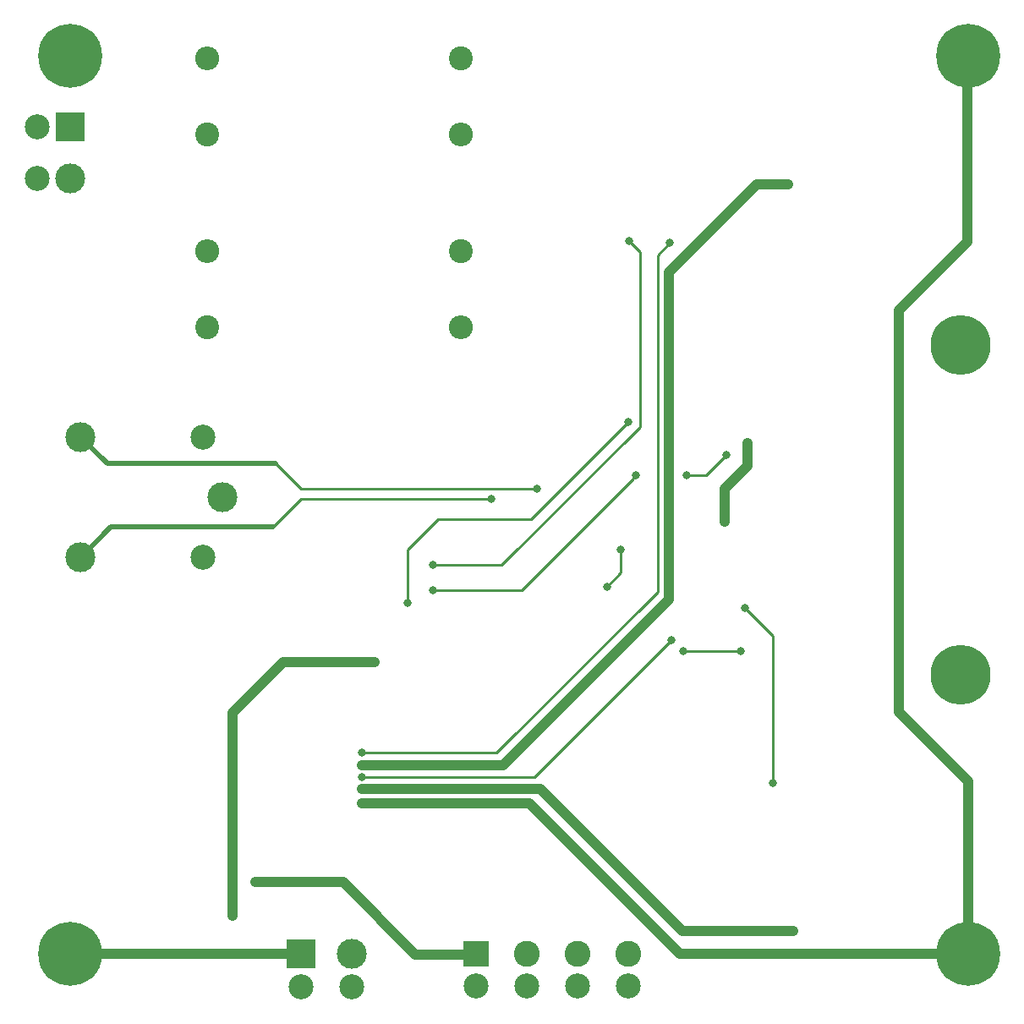
<source format=gbr>
G04 #@! TF.GenerationSoftware,KiCad,Pcbnew,(5.1.5)-3*
G04 #@! TF.CreationDate,2020-08-13T14:13:27-03:00*
G04 #@! TF.ProjectId,TSAL,5453414c-2e6b-4696-9361-645f70636258,rev?*
G04 #@! TF.SameCoordinates,Original*
G04 #@! TF.FileFunction,Copper,L2,Bot*
G04 #@! TF.FilePolarity,Positive*
%FSLAX46Y46*%
G04 Gerber Fmt 4.6, Leading zero omitted, Abs format (unit mm)*
G04 Created by KiCad (PCBNEW (5.1.5)-3) date 2020-08-13 14:13:27*
%MOMM*%
%LPD*%
G04 APERTURE LIST*
%ADD10C,6.000000*%
%ADD11C,2.500000*%
%ADD12C,3.000000*%
%ADD13R,3.000000X3.000000*%
%ADD14C,2.600000*%
%ADD15R,2.600000X2.600000*%
%ADD16C,0.800000*%
%ADD17C,6.400000*%
%ADD18O,2.400000X2.400000*%
%ADD19C,2.400000*%
%ADD20C,1.000000*%
%ADD21C,0.250000*%
%ADD22C,0.500000*%
G04 APERTURE END LIST*
D10*
X222943420Y-117688360D03*
X222943420Y-84668360D03*
D11*
X130487420Y-67955160D03*
X130487420Y-62824360D03*
D12*
X133789420Y-67951360D03*
D13*
X133789420Y-62824360D03*
D11*
X189669420Y-148803360D03*
X184589420Y-148803360D03*
X179509420Y-148803360D03*
X174429420Y-148803360D03*
D14*
X189669420Y-145628360D03*
X184589420Y-145628360D03*
X179509420Y-145628360D03*
D15*
X174429420Y-145628360D03*
D12*
X149029420Y-99908360D03*
D11*
X147079420Y-105858360D03*
D12*
X134829420Y-105908360D03*
X134879420Y-93858360D03*
D11*
X147079420Y-93858360D03*
D16*
X135486476Y-54015304D03*
X133789420Y-53312360D03*
X132092364Y-54015304D03*
X131389420Y-55712360D03*
X132092364Y-57409416D03*
X133789420Y-58112360D03*
X135486476Y-57409416D03*
X136189420Y-55712360D03*
D17*
X133789420Y-55712360D03*
D16*
X225402476Y-54015304D03*
X223705420Y-53312360D03*
X222008364Y-54015304D03*
X221305420Y-55712360D03*
X222008364Y-57409416D03*
X223705420Y-58112360D03*
X225402476Y-57409416D03*
X226105420Y-55712360D03*
D17*
X223705420Y-55712360D03*
D16*
X225402476Y-143931304D03*
X223705420Y-143228360D03*
X222008364Y-143931304D03*
X221305420Y-145628360D03*
X222008364Y-147325416D03*
X223705420Y-148028360D03*
X225402476Y-147325416D03*
X226105420Y-145628360D03*
D17*
X223705420Y-145628360D03*
D16*
X135486476Y-143931304D03*
X133789420Y-143228360D03*
X132092364Y-143931304D03*
X131389420Y-145628360D03*
X132092364Y-147325416D03*
X133789420Y-148028360D03*
X135486476Y-147325416D03*
X136189420Y-145628360D03*
D17*
X133789420Y-145628360D03*
D11*
X162034220Y-148930360D03*
X156903420Y-148930360D03*
D12*
X162030420Y-145628360D03*
D13*
X156903420Y-145628360D03*
D18*
X172905420Y-82890360D03*
D19*
X147505420Y-82890360D03*
D18*
X172905420Y-63586360D03*
D19*
X147505420Y-63586360D03*
D18*
X147505420Y-75270360D03*
D19*
X172905420Y-75270360D03*
D18*
X147505420Y-55966360D03*
D19*
X172905420Y-55966360D03*
D16*
X152400000Y-138430000D03*
X153543000Y-138430000D03*
X150045420Y-140548360D03*
X150045420Y-141818360D03*
X164269420Y-116418360D03*
X163126420Y-116418360D03*
X189738000Y-92329000D03*
X167640000Y-110490000D03*
X204909420Y-143342360D03*
X206179420Y-143342360D03*
X163068000Y-129118360D03*
X164338000Y-129118360D03*
X204470000Y-68580000D03*
X205740000Y-68580000D03*
X164338000Y-126746000D03*
X163068000Y-126746000D03*
X194056000Y-114159500D03*
X163068000Y-127889000D03*
X163068000Y-125476000D03*
X163068000Y-130556000D03*
X164211000Y-130556000D03*
X193865500Y-74422000D03*
X170116500Y-109156500D03*
X199517000Y-95631000D03*
X195580000Y-97663000D03*
X190500000Y-97662998D03*
X201422004Y-110998000D03*
X204216000Y-128524000D03*
X195199000Y-115316000D03*
X200992500Y-115316000D03*
X176022000Y-100076000D03*
X188976000Y-105156000D03*
X187579000Y-108839000D03*
X180594000Y-99060000D03*
X199390000Y-101092000D03*
X199390000Y-102362000D03*
X201676000Y-94488000D03*
X201676000Y-95758000D03*
X189796432Y-74254360D03*
X170180000Y-106680000D03*
D20*
X152400000Y-138430000D02*
X161163000Y-138430000D01*
X161163000Y-138430000D02*
X168402000Y-145669000D01*
X168402000Y-145669000D02*
X174498000Y-145669000D01*
X155125420Y-116418360D02*
X163126420Y-116418360D01*
X150045420Y-141818360D02*
X150045420Y-121498360D01*
X150045420Y-121498360D02*
X155125420Y-116418360D01*
X164269420Y-116418360D02*
X164269420Y-116418360D01*
X163126420Y-116418360D02*
X164269420Y-116418360D01*
D21*
X167640000Y-110490000D02*
X167640000Y-110490000D01*
X167640000Y-105156000D02*
X167640000Y-110490000D01*
X170688000Y-102108000D02*
X167640000Y-105156000D01*
X189738000Y-92329000D02*
X179959000Y-102108000D01*
X179959000Y-102108000D02*
X170688000Y-102108000D01*
D20*
X164338000Y-126746000D02*
X163068000Y-126746000D01*
X223705420Y-145628360D02*
X223705420Y-128328420D01*
X223705420Y-128328420D02*
X216789000Y-121412000D01*
X216789000Y-121412000D02*
X216789000Y-81153000D01*
X216789000Y-81153000D02*
X223647000Y-74295000D01*
X223647000Y-74295000D02*
X223647000Y-55753000D01*
D21*
X194056000Y-114159500D02*
X187325000Y-120890500D01*
X187325000Y-120890500D02*
X187325000Y-120904000D01*
X187325000Y-120904000D02*
X180340000Y-127889000D01*
X180340000Y-127889000D02*
X163068000Y-127889000D01*
X163068000Y-127889000D02*
X163068000Y-127889000D01*
D20*
X177165000Y-126746000D02*
X164338000Y-126746000D01*
X193802000Y-110109000D02*
X177165000Y-126746000D01*
X193802000Y-77343000D02*
X193802000Y-110109000D01*
X205740000Y-68580000D02*
X202565000Y-68580000D01*
X202565000Y-68580000D02*
X193802000Y-77343000D01*
D21*
X163068000Y-125476000D02*
X163068000Y-125476000D01*
D20*
X163068000Y-130556000D02*
X163068000Y-130556000D01*
X164211000Y-130556000D02*
X163068000Y-130556000D01*
X179832000Y-130556000D02*
X164211000Y-130556000D01*
X223705420Y-145628360D02*
X194904360Y-145628360D01*
X194904360Y-145628360D02*
X179832000Y-130556000D01*
X164269420Y-129118360D02*
X163068000Y-129118360D01*
X180934360Y-129118360D02*
X164269420Y-129118360D01*
X206179420Y-143342360D02*
X195158360Y-143342360D01*
X195158360Y-143342360D02*
X180934360Y-129118360D01*
D21*
X176530000Y-125476000D02*
X163068000Y-125476000D01*
X192659000Y-109347000D02*
X176530000Y-125476000D01*
X193865500Y-74422000D02*
X192659000Y-75628500D01*
X192659000Y-75628500D02*
X192659000Y-109347000D01*
X197485000Y-97663000D02*
X195580000Y-97663000D01*
X199517000Y-95631000D02*
X197485000Y-97663000D01*
X179006498Y-109156500D02*
X190100001Y-98062997D01*
X190100001Y-98062997D02*
X190500000Y-97662998D01*
X170116500Y-109156500D02*
X179006498Y-109156500D01*
X204216000Y-113791996D02*
X204216000Y-128524000D01*
X201422004Y-110998000D02*
X204216000Y-113791996D01*
X195199000Y-115316000D02*
X200992500Y-115316000D01*
D20*
X133789420Y-145628360D02*
X156903420Y-145628360D01*
D21*
X156972000Y-100076000D02*
X176022000Y-100076000D01*
X154178000Y-102870000D02*
X156972000Y-100076000D01*
D22*
X134747000Y-106045000D02*
X137922000Y-102870000D01*
X137922000Y-102870000D02*
X154178000Y-102870000D01*
D21*
X187579000Y-108839000D02*
X188976000Y-107442000D01*
X188976000Y-107442000D02*
X188976000Y-105156000D01*
X180594000Y-99060000D02*
X180594000Y-99060000D01*
X156972000Y-99060000D02*
X180594000Y-99060000D01*
X154432000Y-96520000D02*
X156972000Y-99060000D01*
D22*
X134879420Y-93858360D02*
X137541060Y-96520000D01*
X137541060Y-96520000D02*
X154432000Y-96520000D01*
D20*
X201676000Y-96774000D02*
X201676000Y-95758000D01*
X199390000Y-102362000D02*
X199390000Y-99060000D01*
X199390000Y-99060000D02*
X201676000Y-96774000D01*
X201676000Y-94488000D02*
X201676000Y-94488000D01*
X201676000Y-95758000D02*
X201676000Y-94488000D01*
D21*
X170180000Y-106680000D02*
X177038000Y-106680000D01*
X177038000Y-106680000D02*
X190881000Y-92837000D01*
X190881000Y-75338928D02*
X189796432Y-74254360D01*
X190881000Y-92837000D02*
X190881000Y-75338928D01*
M02*

</source>
